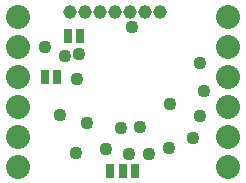
<source format=gbs>
G75*
%MOIN*%
%OFA0B0*%
%FSLAX24Y24*%
%IPPOS*%
%LPD*%
%AMOC8*
5,1,8,0,0,1.08239X$1,22.5*
%
%ADD10C,0.0800*%
%ADD11C,0.0454*%
%ADD12R,0.0310X0.0460*%
%ADD13C,0.0436*%
D10*
X001730Y002055D03*
X001730Y003055D03*
X001730Y004055D03*
X001730Y005055D03*
X001730Y006055D03*
X001730Y007055D03*
X008730Y007055D03*
X008730Y006055D03*
X008730Y005055D03*
X008730Y004055D03*
X008730Y003055D03*
X008730Y002055D03*
D11*
X006466Y007218D03*
X005966Y007218D03*
X005466Y007218D03*
X004966Y007218D03*
X004466Y007218D03*
X003966Y007218D03*
X003466Y007218D03*
D12*
X003404Y006419D03*
X003804Y006419D03*
X003023Y005031D03*
X002623Y005031D03*
X004806Y001915D03*
X005227Y001915D03*
X005627Y001915D03*
D13*
X005447Y002467D03*
X006111Y002491D03*
X006782Y002693D03*
X007579Y003012D03*
X007808Y003756D03*
X007945Y004569D03*
X007810Y005495D03*
X006794Y004143D03*
X005797Y003382D03*
X005152Y003338D03*
X004679Y002647D03*
X003675Y002517D03*
X004043Y003508D03*
X003138Y003762D03*
X003691Y004991D03*
X003777Y005797D03*
X003285Y005758D03*
X002641Y006052D03*
X005533Y006712D03*
M02*

</source>
